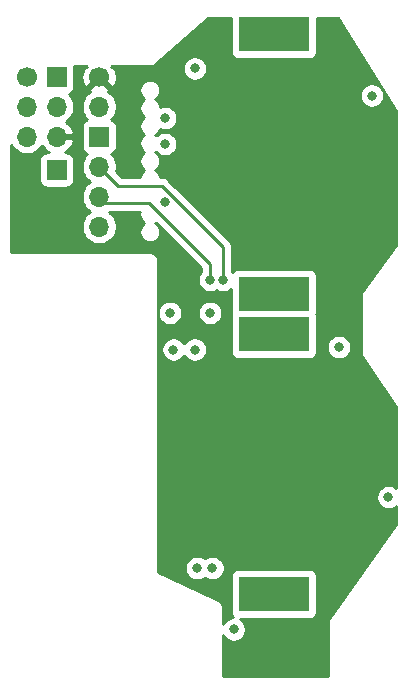
<source format=gbr>
G04 #@! TF.GenerationSoftware,KiCad,Pcbnew,(5.1.6)-1*
G04 #@! TF.CreationDate,2020-06-16T20:45:44-04:00*
G04 #@! TF.ProjectId,SRF Pendants,53524620-5065-46e6-9461-6e74732e6b69,rev?*
G04 #@! TF.SameCoordinates,Original*
G04 #@! TF.FileFunction,Copper,L2,Inr*
G04 #@! TF.FilePolarity,Positive*
%FSLAX46Y46*%
G04 Gerber Fmt 4.6, Leading zero omitted, Abs format (unit mm)*
G04 Created by KiCad (PCBNEW (5.1.6)-1) date 2020-06-16 20:45:44*
%MOMM*%
%LPD*%
G01*
G04 APERTURE LIST*
G04 #@! TA.AperFunction,ViaPad*
%ADD10R,6.000000X3.000000*%
G04 #@! TD*
G04 #@! TA.AperFunction,ViaPad*
%ADD11R,1.700000X1.700000*%
G04 #@! TD*
G04 #@! TA.AperFunction,ViaPad*
%ADD12C,1.700000*%
G04 #@! TD*
G04 #@! TA.AperFunction,ViaPad*
%ADD13O,1.700000X1.700000*%
G04 #@! TD*
G04 #@! TA.AperFunction,ViaPad*
%ADD14C,0.800000*%
G04 #@! TD*
G04 #@! TA.AperFunction,Conductor*
%ADD15C,0.250000*%
G04 #@! TD*
G04 #@! TA.AperFunction,Conductor*
%ADD16C,0.254000*%
G04 #@! TD*
G04 APERTURE END LIST*
D10*
X89500000Y-94500000D03*
X89500000Y-116500000D03*
X89500000Y-119900000D03*
X89500000Y-141900000D03*
D11*
X71100000Y-106000000D03*
D12*
X68580000Y-98100000D03*
D11*
X71120000Y-98100000D03*
D13*
X68580000Y-100640000D03*
X71120000Y-100640000D03*
X68580000Y-103180000D03*
X71120000Y-103180000D03*
D12*
X74700000Y-98100000D03*
D13*
X74700000Y-100640000D03*
D11*
X74700000Y-103180000D03*
D13*
X74700000Y-105720000D03*
X74700000Y-108260000D03*
X74700000Y-110800000D03*
D14*
X80700000Y-118100000D03*
X97500000Y-105100000D03*
X82000000Y-105250000D03*
X85000000Y-100000000D03*
X90000000Y-99100000D03*
X86700000Y-108800000D03*
X86700000Y-110400000D03*
X92300000Y-109600000D03*
X81900000Y-137100000D03*
X95000000Y-140500000D03*
X99200000Y-132300000D03*
X83000000Y-139700000D03*
X81000000Y-121200000D03*
X80300000Y-108700000D03*
X99200000Y-133700000D03*
X95000000Y-121000000D03*
X80300000Y-103800000D03*
X97800000Y-99700000D03*
X84100000Y-118100000D03*
X86100000Y-144900000D03*
X84300000Y-139700000D03*
X80300000Y-101600000D03*
X82800000Y-97400000D03*
X82800000Y-121200000D03*
X85200000Y-115300000D03*
X84100000Y-115300000D03*
D15*
X79998003Y-107325001D02*
X76305001Y-107325001D01*
X85200000Y-112526998D02*
X79998003Y-107325001D01*
X76305001Y-107325001D02*
X74700000Y-105720000D01*
X85200000Y-115300000D02*
X85200000Y-112526998D01*
X75265001Y-108825001D02*
X74700000Y-108260000D01*
X78926003Y-108825001D02*
X75265001Y-108825001D01*
X84100000Y-113998998D02*
X78926003Y-108825001D01*
X84100000Y-115300000D02*
X84100000Y-113998998D01*
D16*
G36*
X85861928Y-96000000D02*
G01*
X85874188Y-96124482D01*
X85910498Y-96244180D01*
X85969463Y-96354494D01*
X86048815Y-96451185D01*
X86145506Y-96530537D01*
X86255820Y-96589502D01*
X86375518Y-96625812D01*
X86500000Y-96638072D01*
X92500000Y-96638072D01*
X92624482Y-96625812D01*
X92744180Y-96589502D01*
X92854494Y-96530537D01*
X92951185Y-96451185D01*
X93030537Y-96354494D01*
X93089502Y-96244180D01*
X93125812Y-96124482D01*
X93138072Y-96000000D01*
X93138072Y-93160000D01*
X94950235Y-93160000D01*
X99873000Y-101036424D01*
X99873000Y-112358498D01*
X96897507Y-116425005D01*
X96884846Y-116446442D01*
X96876610Y-116469936D01*
X96873000Y-116500000D01*
X96873000Y-121600000D01*
X96875440Y-121624776D01*
X96882667Y-121648601D01*
X96895069Y-121671544D01*
X99873000Y-126039176D01*
X99873000Y-132909289D01*
X99859774Y-132896063D01*
X99690256Y-132782795D01*
X99501898Y-132704774D01*
X99301939Y-132665000D01*
X99098061Y-132665000D01*
X98898102Y-132704774D01*
X98709744Y-132782795D01*
X98540226Y-132896063D01*
X98396063Y-133040226D01*
X98282795Y-133209744D01*
X98204774Y-133398102D01*
X98165000Y-133598061D01*
X98165000Y-133801939D01*
X98204774Y-134001898D01*
X98282795Y-134190256D01*
X98396063Y-134359774D01*
X98540226Y-134503937D01*
X98709744Y-134617205D01*
X98898102Y-134695226D01*
X99098061Y-134735000D01*
X99301939Y-134735000D01*
X99501898Y-134695226D01*
X99690256Y-134617205D01*
X99859774Y-134503937D01*
X99873000Y-134490711D01*
X99873000Y-135959625D01*
X94096315Y-144126662D01*
X94084000Y-144148299D01*
X94076143Y-144171923D01*
X94073000Y-144200000D01*
X94073000Y-148840000D01*
X85160000Y-148840000D01*
X85160000Y-145335224D01*
X85182795Y-145390256D01*
X85296063Y-145559774D01*
X85440226Y-145703937D01*
X85609744Y-145817205D01*
X85798102Y-145895226D01*
X85998061Y-145935000D01*
X86201939Y-145935000D01*
X86401898Y-145895226D01*
X86590256Y-145817205D01*
X86759774Y-145703937D01*
X86903937Y-145559774D01*
X87017205Y-145390256D01*
X87095226Y-145201898D01*
X87135000Y-145001939D01*
X87135000Y-144798061D01*
X87095226Y-144598102D01*
X87017205Y-144409744D01*
X86903937Y-144240226D01*
X86759774Y-144096063D01*
X86672984Y-144038072D01*
X92500000Y-144038072D01*
X92624482Y-144025812D01*
X92744180Y-143989502D01*
X92854494Y-143930537D01*
X92951185Y-143851185D01*
X93030537Y-143754494D01*
X93089502Y-143644180D01*
X93125812Y-143524482D01*
X93138072Y-143400000D01*
X93138072Y-140400000D01*
X93125812Y-140275518D01*
X93089502Y-140155820D01*
X93030537Y-140045506D01*
X92951185Y-139948815D01*
X92854494Y-139869463D01*
X92744180Y-139810498D01*
X92624482Y-139774188D01*
X92500000Y-139761928D01*
X86500000Y-139761928D01*
X86375518Y-139774188D01*
X86255820Y-139810498D01*
X86145506Y-139869463D01*
X86048815Y-139948815D01*
X85969463Y-140045506D01*
X85910498Y-140155820D01*
X85874188Y-140275518D01*
X85861928Y-140400000D01*
X85861928Y-143400000D01*
X85874188Y-143524482D01*
X85910498Y-143644180D01*
X85969463Y-143754494D01*
X86048815Y-143851185D01*
X86065649Y-143865000D01*
X85998061Y-143865000D01*
X85798102Y-143904774D01*
X85609744Y-143982795D01*
X85440226Y-144096063D01*
X85296063Y-144240226D01*
X85182795Y-144409744D01*
X85160000Y-144464776D01*
X85160000Y-143043644D01*
X85162810Y-143022496D01*
X85160000Y-142978814D01*
X85160000Y-142967581D01*
X85157917Y-142946428D01*
X85154464Y-142892756D01*
X85151557Y-142881853D01*
X85150450Y-142870617D01*
X85134826Y-142819111D01*
X85127000Y-142789764D01*
X85127000Y-142700000D01*
X85124560Y-142675224D01*
X85117333Y-142651399D01*
X85105597Y-142629443D01*
X85089803Y-142610197D01*
X85070557Y-142594403D01*
X85051011Y-142583695D01*
X84993033Y-142558266D01*
X84984585Y-142547229D01*
X84976109Y-142539777D01*
X84968948Y-142531052D01*
X84927366Y-142496926D01*
X84886944Y-142461391D01*
X84877171Y-142455733D01*
X84868449Y-142448575D01*
X84821016Y-142423222D01*
X84802623Y-142412573D01*
X84792399Y-142407926D01*
X84753792Y-142387290D01*
X84733374Y-142381096D01*
X79660000Y-140075018D01*
X79660000Y-139598061D01*
X81965000Y-139598061D01*
X81965000Y-139801939D01*
X82004774Y-140001898D01*
X82082795Y-140190256D01*
X82196063Y-140359774D01*
X82340226Y-140503937D01*
X82509744Y-140617205D01*
X82698102Y-140695226D01*
X82898061Y-140735000D01*
X83101939Y-140735000D01*
X83301898Y-140695226D01*
X83490256Y-140617205D01*
X83650000Y-140510468D01*
X83809744Y-140617205D01*
X83998102Y-140695226D01*
X84198061Y-140735000D01*
X84401939Y-140735000D01*
X84601898Y-140695226D01*
X84790256Y-140617205D01*
X84959774Y-140503937D01*
X85103937Y-140359774D01*
X85217205Y-140190256D01*
X85295226Y-140001898D01*
X85335000Y-139801939D01*
X85335000Y-139598061D01*
X85295226Y-139398102D01*
X85217205Y-139209744D01*
X85103937Y-139040226D01*
X84959774Y-138896063D01*
X84790256Y-138782795D01*
X84601898Y-138704774D01*
X84401939Y-138665000D01*
X84198061Y-138665000D01*
X83998102Y-138704774D01*
X83809744Y-138782795D01*
X83650000Y-138889532D01*
X83490256Y-138782795D01*
X83301898Y-138704774D01*
X83101939Y-138665000D01*
X82898061Y-138665000D01*
X82698102Y-138704774D01*
X82509744Y-138782795D01*
X82340226Y-138896063D01*
X82196063Y-139040226D01*
X82082795Y-139209744D01*
X82004774Y-139398102D01*
X81965000Y-139598061D01*
X79660000Y-139598061D01*
X79660000Y-121098061D01*
X79965000Y-121098061D01*
X79965000Y-121301939D01*
X80004774Y-121501898D01*
X80082795Y-121690256D01*
X80196063Y-121859774D01*
X80340226Y-122003937D01*
X80509744Y-122117205D01*
X80698102Y-122195226D01*
X80898061Y-122235000D01*
X81101939Y-122235000D01*
X81301898Y-122195226D01*
X81490256Y-122117205D01*
X81659774Y-122003937D01*
X81803937Y-121859774D01*
X81900000Y-121716005D01*
X81996063Y-121859774D01*
X82140226Y-122003937D01*
X82309744Y-122117205D01*
X82498102Y-122195226D01*
X82698061Y-122235000D01*
X82901939Y-122235000D01*
X83101898Y-122195226D01*
X83290256Y-122117205D01*
X83459774Y-122003937D01*
X83603937Y-121859774D01*
X83717205Y-121690256D01*
X83795226Y-121501898D01*
X83835000Y-121301939D01*
X83835000Y-121098061D01*
X83795226Y-120898102D01*
X83717205Y-120709744D01*
X83603937Y-120540226D01*
X83459774Y-120396063D01*
X83290256Y-120282795D01*
X83101898Y-120204774D01*
X82901939Y-120165000D01*
X82698061Y-120165000D01*
X82498102Y-120204774D01*
X82309744Y-120282795D01*
X82140226Y-120396063D01*
X81996063Y-120540226D01*
X81900000Y-120683995D01*
X81803937Y-120540226D01*
X81659774Y-120396063D01*
X81490256Y-120282795D01*
X81301898Y-120204774D01*
X81101939Y-120165000D01*
X80898061Y-120165000D01*
X80698102Y-120204774D01*
X80509744Y-120282795D01*
X80340226Y-120396063D01*
X80196063Y-120540226D01*
X80082795Y-120709744D01*
X80004774Y-120898102D01*
X79965000Y-121098061D01*
X79660000Y-121098061D01*
X79660000Y-117998061D01*
X79665000Y-117998061D01*
X79665000Y-118201939D01*
X79704774Y-118401898D01*
X79782795Y-118590256D01*
X79896063Y-118759774D01*
X80040226Y-118903937D01*
X80209744Y-119017205D01*
X80398102Y-119095226D01*
X80598061Y-119135000D01*
X80801939Y-119135000D01*
X81001898Y-119095226D01*
X81190256Y-119017205D01*
X81359774Y-118903937D01*
X81503937Y-118759774D01*
X81617205Y-118590256D01*
X81695226Y-118401898D01*
X81735000Y-118201939D01*
X81735000Y-117998061D01*
X83065000Y-117998061D01*
X83065000Y-118201939D01*
X83104774Y-118401898D01*
X83182795Y-118590256D01*
X83296063Y-118759774D01*
X83440226Y-118903937D01*
X83609744Y-119017205D01*
X83798102Y-119095226D01*
X83998061Y-119135000D01*
X84201939Y-119135000D01*
X84401898Y-119095226D01*
X84590256Y-119017205D01*
X84759774Y-118903937D01*
X84903937Y-118759774D01*
X85017205Y-118590256D01*
X85095226Y-118401898D01*
X85135000Y-118201939D01*
X85135000Y-117998061D01*
X85095226Y-117798102D01*
X85017205Y-117609744D01*
X84903937Y-117440226D01*
X84759774Y-117296063D01*
X84590256Y-117182795D01*
X84401898Y-117104774D01*
X84201939Y-117065000D01*
X83998061Y-117065000D01*
X83798102Y-117104774D01*
X83609744Y-117182795D01*
X83440226Y-117296063D01*
X83296063Y-117440226D01*
X83182795Y-117609744D01*
X83104774Y-117798102D01*
X83065000Y-117998061D01*
X81735000Y-117998061D01*
X81695226Y-117798102D01*
X81617205Y-117609744D01*
X81503937Y-117440226D01*
X81359774Y-117296063D01*
X81190256Y-117182795D01*
X81001898Y-117104774D01*
X80801939Y-117065000D01*
X80598061Y-117065000D01*
X80398102Y-117104774D01*
X80209744Y-117182795D01*
X80040226Y-117296063D01*
X79896063Y-117440226D01*
X79782795Y-117609744D01*
X79704774Y-117798102D01*
X79665000Y-117998061D01*
X79660000Y-117998061D01*
X79660000Y-113632418D01*
X79663193Y-113600000D01*
X79650450Y-113470617D01*
X79612710Y-113346207D01*
X79551425Y-113231550D01*
X79526994Y-113201781D01*
X79526999Y-113200470D01*
X79524651Y-113175685D01*
X79517512Y-113151834D01*
X79505857Y-113129834D01*
X79490135Y-113110531D01*
X79470948Y-113094665D01*
X79449035Y-113082848D01*
X79425238Y-113075533D01*
X79400000Y-113073000D01*
X79398212Y-113073000D01*
X79368450Y-113048575D01*
X79253793Y-112987290D01*
X79129383Y-112949550D01*
X79032419Y-112940000D01*
X79000000Y-112936807D01*
X78967581Y-112940000D01*
X67260000Y-112940000D01*
X67260000Y-103873730D01*
X67264010Y-103883411D01*
X67426525Y-104126632D01*
X67633368Y-104333475D01*
X67876589Y-104495990D01*
X68146842Y-104607932D01*
X68433740Y-104665000D01*
X68726260Y-104665000D01*
X69013158Y-104607932D01*
X69283411Y-104495990D01*
X69526632Y-104333475D01*
X69733475Y-104126632D01*
X69851100Y-103950594D01*
X70022412Y-104180269D01*
X70238645Y-104375178D01*
X70468218Y-104511928D01*
X70250000Y-104511928D01*
X70125518Y-104524188D01*
X70005820Y-104560498D01*
X69895506Y-104619463D01*
X69798815Y-104698815D01*
X69719463Y-104795506D01*
X69660498Y-104905820D01*
X69624188Y-105025518D01*
X69611928Y-105150000D01*
X69611928Y-106850000D01*
X69624188Y-106974482D01*
X69660498Y-107094180D01*
X69719463Y-107204494D01*
X69798815Y-107301185D01*
X69895506Y-107380537D01*
X70005820Y-107439502D01*
X70125518Y-107475812D01*
X70250000Y-107488072D01*
X71950000Y-107488072D01*
X72074482Y-107475812D01*
X72194180Y-107439502D01*
X72304494Y-107380537D01*
X72401185Y-107301185D01*
X72480537Y-107204494D01*
X72539502Y-107094180D01*
X72575812Y-106974482D01*
X72588072Y-106850000D01*
X72588072Y-105150000D01*
X72575812Y-105025518D01*
X72539502Y-104905820D01*
X72480537Y-104795506D01*
X72401185Y-104698815D01*
X72304494Y-104619463D01*
X72194180Y-104560498D01*
X72074482Y-104524188D01*
X71950000Y-104511928D01*
X71771782Y-104511928D01*
X72001355Y-104375178D01*
X72217588Y-104180269D01*
X72391641Y-103946920D01*
X72516825Y-103684099D01*
X72561476Y-103536890D01*
X72440155Y-103307000D01*
X71247000Y-103307000D01*
X71247000Y-103327000D01*
X70993000Y-103327000D01*
X70993000Y-103307000D01*
X70973000Y-103307000D01*
X70973000Y-103053000D01*
X70993000Y-103053000D01*
X70993000Y-103033000D01*
X71247000Y-103033000D01*
X71247000Y-103053000D01*
X72440155Y-103053000D01*
X72561476Y-102823110D01*
X72516825Y-102675901D01*
X72391641Y-102413080D01*
X72329673Y-102330000D01*
X73211928Y-102330000D01*
X73211928Y-104030000D01*
X73224188Y-104154482D01*
X73260498Y-104274180D01*
X73319463Y-104384494D01*
X73398815Y-104481185D01*
X73495506Y-104560537D01*
X73605820Y-104619502D01*
X73678380Y-104641513D01*
X73546525Y-104773368D01*
X73384010Y-105016589D01*
X73272068Y-105286842D01*
X73215000Y-105573740D01*
X73215000Y-105866260D01*
X73272068Y-106153158D01*
X73384010Y-106423411D01*
X73546525Y-106666632D01*
X73753368Y-106873475D01*
X73927760Y-106990000D01*
X73753368Y-107106525D01*
X73546525Y-107313368D01*
X73384010Y-107556589D01*
X73272068Y-107826842D01*
X73215000Y-108113740D01*
X73215000Y-108406260D01*
X73272068Y-108693158D01*
X73384010Y-108963411D01*
X73546525Y-109206632D01*
X73753368Y-109413475D01*
X73927760Y-109530000D01*
X73753368Y-109646525D01*
X73546525Y-109853368D01*
X73384010Y-110096589D01*
X73272068Y-110366842D01*
X73215000Y-110653740D01*
X73215000Y-110946260D01*
X73272068Y-111233158D01*
X73384010Y-111503411D01*
X73546525Y-111746632D01*
X73753368Y-111953475D01*
X73996589Y-112115990D01*
X74266842Y-112227932D01*
X74553740Y-112285000D01*
X74846260Y-112285000D01*
X75133158Y-112227932D01*
X75403411Y-112115990D01*
X75646632Y-111953475D01*
X75853475Y-111746632D01*
X76015990Y-111503411D01*
X76127932Y-111233158D01*
X76185000Y-110946260D01*
X76185000Y-110653740D01*
X76127932Y-110366842D01*
X76015990Y-110096589D01*
X75853475Y-109853368D01*
X75646632Y-109646525D01*
X75554555Y-109585001D01*
X78130482Y-109585001D01*
X78115000Y-109662835D01*
X78115000Y-109837165D01*
X78149010Y-110008145D01*
X78215723Y-110169205D01*
X78312576Y-110314155D01*
X78435845Y-110437424D01*
X78529496Y-110500000D01*
X78435845Y-110562576D01*
X78312576Y-110685845D01*
X78215723Y-110830795D01*
X78149010Y-110991855D01*
X78115000Y-111162835D01*
X78115000Y-111337165D01*
X78149010Y-111508145D01*
X78215723Y-111669205D01*
X78312576Y-111814155D01*
X78435845Y-111937424D01*
X78580795Y-112034277D01*
X78741855Y-112100990D01*
X78912835Y-112135000D01*
X79087165Y-112135000D01*
X79258145Y-112100990D01*
X79419205Y-112034277D01*
X79564155Y-111937424D01*
X79687424Y-111814155D01*
X79784277Y-111669205D01*
X79850990Y-111508145D01*
X79885000Y-111337165D01*
X79885000Y-111162835D01*
X79850990Y-110991855D01*
X79784277Y-110830795D01*
X79687424Y-110685845D01*
X79564155Y-110562576D01*
X79470504Y-110500000D01*
X79503892Y-110477691D01*
X83340001Y-114313801D01*
X83340001Y-114596288D01*
X83296063Y-114640226D01*
X83182795Y-114809744D01*
X83104774Y-114998102D01*
X83065000Y-115198061D01*
X83065000Y-115401939D01*
X83104774Y-115601898D01*
X83182795Y-115790256D01*
X83296063Y-115959774D01*
X83440226Y-116103937D01*
X83609744Y-116217205D01*
X83798102Y-116295226D01*
X83998061Y-116335000D01*
X84201939Y-116335000D01*
X84401898Y-116295226D01*
X84590256Y-116217205D01*
X84650000Y-116177285D01*
X84709744Y-116217205D01*
X84898102Y-116295226D01*
X85098061Y-116335000D01*
X85301939Y-116335000D01*
X85501898Y-116295226D01*
X85690256Y-116217205D01*
X85859774Y-116103937D01*
X85861928Y-116101783D01*
X85861928Y-118000000D01*
X85874188Y-118124482D01*
X85897096Y-118200000D01*
X85874188Y-118275518D01*
X85861928Y-118400000D01*
X85861928Y-121400000D01*
X85874188Y-121524482D01*
X85910498Y-121644180D01*
X85969463Y-121754494D01*
X86048815Y-121851185D01*
X86145506Y-121930537D01*
X86255820Y-121989502D01*
X86375518Y-122025812D01*
X86500000Y-122038072D01*
X92500000Y-122038072D01*
X92624482Y-122025812D01*
X92744180Y-121989502D01*
X92854494Y-121930537D01*
X92951185Y-121851185D01*
X93030537Y-121754494D01*
X93089502Y-121644180D01*
X93125812Y-121524482D01*
X93138072Y-121400000D01*
X93138072Y-120898061D01*
X93965000Y-120898061D01*
X93965000Y-121101939D01*
X94004774Y-121301898D01*
X94082795Y-121490256D01*
X94196063Y-121659774D01*
X94340226Y-121803937D01*
X94509744Y-121917205D01*
X94698102Y-121995226D01*
X94898061Y-122035000D01*
X95101939Y-122035000D01*
X95301898Y-121995226D01*
X95490256Y-121917205D01*
X95659774Y-121803937D01*
X95803937Y-121659774D01*
X95917205Y-121490256D01*
X95995226Y-121301898D01*
X96035000Y-121101939D01*
X96035000Y-120898061D01*
X95995226Y-120698102D01*
X95917205Y-120509744D01*
X95803937Y-120340226D01*
X95659774Y-120196063D01*
X95490256Y-120082795D01*
X95301898Y-120004774D01*
X95101939Y-119965000D01*
X94898061Y-119965000D01*
X94698102Y-120004774D01*
X94509744Y-120082795D01*
X94340226Y-120196063D01*
X94196063Y-120340226D01*
X94082795Y-120509744D01*
X94004774Y-120698102D01*
X93965000Y-120898061D01*
X93138072Y-120898061D01*
X93138072Y-118400000D01*
X93125812Y-118275518D01*
X93102904Y-118200000D01*
X93125812Y-118124482D01*
X93138072Y-118000000D01*
X93138072Y-115000000D01*
X93125812Y-114875518D01*
X93089502Y-114755820D01*
X93030537Y-114645506D01*
X92951185Y-114548815D01*
X92854494Y-114469463D01*
X92744180Y-114410498D01*
X92624482Y-114374188D01*
X92500000Y-114361928D01*
X86500000Y-114361928D01*
X86375518Y-114374188D01*
X86255820Y-114410498D01*
X86145506Y-114469463D01*
X86048815Y-114548815D01*
X85987382Y-114623671D01*
X85960000Y-114596289D01*
X85960000Y-112564323D01*
X85963676Y-112526998D01*
X85960000Y-112489673D01*
X85960000Y-112489665D01*
X85949003Y-112378012D01*
X85905546Y-112234751D01*
X85834974Y-112102722D01*
X85740001Y-111986997D01*
X85711003Y-111963199D01*
X80561807Y-106814004D01*
X80538004Y-106785000D01*
X80422279Y-106690027D01*
X80290250Y-106619455D01*
X80146989Y-106575998D01*
X80035336Y-106565001D01*
X80035325Y-106565001D01*
X79998003Y-106561325D01*
X79960681Y-106565001D01*
X79865540Y-106565001D01*
X79850990Y-106491855D01*
X79784277Y-106330795D01*
X79687424Y-106185845D01*
X79564155Y-106062576D01*
X79470504Y-106000000D01*
X79564155Y-105937424D01*
X79687424Y-105814155D01*
X79784277Y-105669205D01*
X79850990Y-105508145D01*
X79885000Y-105337165D01*
X79885000Y-105162835D01*
X79850990Y-104991855D01*
X79784277Y-104830795D01*
X79687424Y-104685845D01*
X79564155Y-104562576D01*
X79470504Y-104500000D01*
X79509939Y-104473650D01*
X79640226Y-104603937D01*
X79809744Y-104717205D01*
X79998102Y-104795226D01*
X80198061Y-104835000D01*
X80401939Y-104835000D01*
X80601898Y-104795226D01*
X80790256Y-104717205D01*
X80959774Y-104603937D01*
X81103937Y-104459774D01*
X81217205Y-104290256D01*
X81295226Y-104101898D01*
X81335000Y-103901939D01*
X81335000Y-103698061D01*
X81295226Y-103498102D01*
X81217205Y-103309744D01*
X81103937Y-103140226D01*
X80959774Y-102996063D01*
X80790256Y-102882795D01*
X80601898Y-102804774D01*
X80401939Y-102765000D01*
X80198061Y-102765000D01*
X79998102Y-102804774D01*
X79809744Y-102882795D01*
X79640226Y-102996063D01*
X79568934Y-103067355D01*
X79564155Y-103062576D01*
X79470504Y-103000000D01*
X79564155Y-102937424D01*
X79687424Y-102814155D01*
X79784277Y-102669205D01*
X79841746Y-102530461D01*
X79998102Y-102595226D01*
X80198061Y-102635000D01*
X80401939Y-102635000D01*
X80601898Y-102595226D01*
X80790256Y-102517205D01*
X80959774Y-102403937D01*
X81103937Y-102259774D01*
X81217205Y-102090256D01*
X81295226Y-101901898D01*
X81335000Y-101701939D01*
X81335000Y-101498061D01*
X81295226Y-101298102D01*
X81217205Y-101109744D01*
X81103937Y-100940226D01*
X80959774Y-100796063D01*
X80790256Y-100682795D01*
X80601898Y-100604774D01*
X80401939Y-100565000D01*
X80198061Y-100565000D01*
X79998102Y-100604774D01*
X79882940Y-100652476D01*
X79850990Y-100491855D01*
X79784277Y-100330795D01*
X79687424Y-100185845D01*
X79564155Y-100062576D01*
X79470504Y-100000000D01*
X79564155Y-99937424D01*
X79687424Y-99814155D01*
X79784277Y-99669205D01*
X79813745Y-99598061D01*
X96765000Y-99598061D01*
X96765000Y-99801939D01*
X96804774Y-100001898D01*
X96882795Y-100190256D01*
X96996063Y-100359774D01*
X97140226Y-100503937D01*
X97309744Y-100617205D01*
X97498102Y-100695226D01*
X97698061Y-100735000D01*
X97901939Y-100735000D01*
X98101898Y-100695226D01*
X98290256Y-100617205D01*
X98459774Y-100503937D01*
X98603937Y-100359774D01*
X98717205Y-100190256D01*
X98795226Y-100001898D01*
X98835000Y-99801939D01*
X98835000Y-99598061D01*
X98795226Y-99398102D01*
X98717205Y-99209744D01*
X98603937Y-99040226D01*
X98459774Y-98896063D01*
X98290256Y-98782795D01*
X98101898Y-98704774D01*
X97901939Y-98665000D01*
X97698061Y-98665000D01*
X97498102Y-98704774D01*
X97309744Y-98782795D01*
X97140226Y-98896063D01*
X96996063Y-99040226D01*
X96882795Y-99209744D01*
X96804774Y-99398102D01*
X96765000Y-99598061D01*
X79813745Y-99598061D01*
X79850990Y-99508145D01*
X79885000Y-99337165D01*
X79885000Y-99162835D01*
X79850990Y-98991855D01*
X79784277Y-98830795D01*
X79687424Y-98685845D01*
X79564155Y-98562576D01*
X79419205Y-98465723D01*
X79258145Y-98399010D01*
X79087165Y-98365000D01*
X78912835Y-98365000D01*
X78741855Y-98399010D01*
X78580795Y-98465723D01*
X78435845Y-98562576D01*
X78312576Y-98685845D01*
X78215723Y-98830795D01*
X78149010Y-98991855D01*
X78115000Y-99162835D01*
X78115000Y-99337165D01*
X78149010Y-99508145D01*
X78215723Y-99669205D01*
X78312576Y-99814155D01*
X78435845Y-99937424D01*
X78529496Y-100000000D01*
X78435845Y-100062576D01*
X78312576Y-100185845D01*
X78215723Y-100330795D01*
X78149010Y-100491855D01*
X78115000Y-100662835D01*
X78115000Y-100837165D01*
X78149010Y-101008145D01*
X78215723Y-101169205D01*
X78312576Y-101314155D01*
X78435845Y-101437424D01*
X78529496Y-101500000D01*
X78435845Y-101562576D01*
X78312576Y-101685845D01*
X78215723Y-101830795D01*
X78149010Y-101991855D01*
X78115000Y-102162835D01*
X78115000Y-102337165D01*
X78149010Y-102508145D01*
X78215723Y-102669205D01*
X78312576Y-102814155D01*
X78435845Y-102937424D01*
X78529496Y-103000000D01*
X78435845Y-103062576D01*
X78312576Y-103185845D01*
X78215723Y-103330795D01*
X78149010Y-103491855D01*
X78115000Y-103662835D01*
X78115000Y-103837165D01*
X78149010Y-104008145D01*
X78215723Y-104169205D01*
X78312576Y-104314155D01*
X78435845Y-104437424D01*
X78529496Y-104500000D01*
X78435845Y-104562576D01*
X78312576Y-104685845D01*
X78215723Y-104830795D01*
X78149010Y-104991855D01*
X78115000Y-105162835D01*
X78115000Y-105337165D01*
X78149010Y-105508145D01*
X78215723Y-105669205D01*
X78312576Y-105814155D01*
X78435845Y-105937424D01*
X78529496Y-106000000D01*
X78435845Y-106062576D01*
X78312576Y-106185845D01*
X78215723Y-106330795D01*
X78149010Y-106491855D01*
X78134460Y-106565001D01*
X76619803Y-106565001D01*
X76141210Y-106086408D01*
X76185000Y-105866260D01*
X76185000Y-105573740D01*
X76127932Y-105286842D01*
X76015990Y-105016589D01*
X75853475Y-104773368D01*
X75721620Y-104641513D01*
X75794180Y-104619502D01*
X75904494Y-104560537D01*
X76001185Y-104481185D01*
X76080537Y-104384494D01*
X76139502Y-104274180D01*
X76175812Y-104154482D01*
X76188072Y-104030000D01*
X76188072Y-102330000D01*
X76175812Y-102205518D01*
X76139502Y-102085820D01*
X76080537Y-101975506D01*
X76001185Y-101878815D01*
X75904494Y-101799463D01*
X75794180Y-101740498D01*
X75721620Y-101718487D01*
X75853475Y-101586632D01*
X76015990Y-101343411D01*
X76127932Y-101073158D01*
X76185000Y-100786260D01*
X76185000Y-100493740D01*
X76127932Y-100206842D01*
X76015990Y-99936589D01*
X75853475Y-99693368D01*
X75646632Y-99486525D01*
X75473271Y-99370689D01*
X75548792Y-99128397D01*
X74700000Y-98279605D01*
X73851208Y-99128397D01*
X73926729Y-99370689D01*
X73753368Y-99486525D01*
X73546525Y-99693368D01*
X73384010Y-99936589D01*
X73272068Y-100206842D01*
X73215000Y-100493740D01*
X73215000Y-100786260D01*
X73272068Y-101073158D01*
X73384010Y-101343411D01*
X73546525Y-101586632D01*
X73678380Y-101718487D01*
X73605820Y-101740498D01*
X73495506Y-101799463D01*
X73398815Y-101878815D01*
X73319463Y-101975506D01*
X73260498Y-102085820D01*
X73224188Y-102205518D01*
X73211928Y-102330000D01*
X72329673Y-102330000D01*
X72217588Y-102179731D01*
X72001355Y-101984822D01*
X71884466Y-101915195D01*
X72066632Y-101793475D01*
X72273475Y-101586632D01*
X72435990Y-101343411D01*
X72547932Y-101073158D01*
X72605000Y-100786260D01*
X72605000Y-100493740D01*
X72547932Y-100206842D01*
X72435990Y-99936589D01*
X72273475Y-99693368D01*
X72141620Y-99561513D01*
X72214180Y-99539502D01*
X72324494Y-99480537D01*
X72421185Y-99401185D01*
X72500537Y-99304494D01*
X72559502Y-99194180D01*
X72595812Y-99074482D01*
X72608072Y-98950000D01*
X72608072Y-97250000D01*
X72600480Y-97172910D01*
X73601507Y-97181115D01*
X73671601Y-97251209D01*
X73422528Y-97328843D01*
X73296629Y-97592883D01*
X73224661Y-97876411D01*
X73209389Y-98168531D01*
X73251401Y-98458019D01*
X73349081Y-98733747D01*
X73422528Y-98871157D01*
X73671603Y-98948792D01*
X74520395Y-98100000D01*
X74506253Y-98085858D01*
X74685858Y-97906253D01*
X74700000Y-97920395D01*
X74714143Y-97906253D01*
X74893748Y-98085858D01*
X74879605Y-98100000D01*
X75728397Y-98948792D01*
X75977472Y-98871157D01*
X76103371Y-98607117D01*
X76175339Y-98323589D01*
X76190611Y-98031469D01*
X76148599Y-97741981D01*
X76050919Y-97466253D01*
X75977472Y-97328843D01*
X75878715Y-97298061D01*
X81765000Y-97298061D01*
X81765000Y-97501939D01*
X81804774Y-97701898D01*
X81882795Y-97890256D01*
X81996063Y-98059774D01*
X82140226Y-98203937D01*
X82309744Y-98317205D01*
X82498102Y-98395226D01*
X82698061Y-98435000D01*
X82901939Y-98435000D01*
X83101898Y-98395226D01*
X83290256Y-98317205D01*
X83459774Y-98203937D01*
X83603937Y-98059774D01*
X83717205Y-97890256D01*
X83795226Y-97701898D01*
X83835000Y-97501939D01*
X83835000Y-97298061D01*
X83795226Y-97098102D01*
X83717205Y-96909744D01*
X83603937Y-96740226D01*
X83459774Y-96596063D01*
X83290256Y-96482795D01*
X83101898Y-96404774D01*
X82901939Y-96365000D01*
X82698061Y-96365000D01*
X82498102Y-96404774D01*
X82309744Y-96482795D01*
X82140226Y-96596063D01*
X81996063Y-96740226D01*
X81882795Y-96909744D01*
X81804774Y-97098102D01*
X81765000Y-97298061D01*
X75878715Y-97298061D01*
X75728399Y-97251209D01*
X75780631Y-97198977D01*
X79198959Y-97226996D01*
X79223755Y-97224759D01*
X79247637Y-97217727D01*
X79269690Y-97206171D01*
X79283486Y-97195703D01*
X83356153Y-93642951D01*
X83938171Y-93160000D01*
X85861928Y-93160000D01*
X85861928Y-96000000D01*
G37*
X85861928Y-96000000D02*
X85874188Y-96124482D01*
X85910498Y-96244180D01*
X85969463Y-96354494D01*
X86048815Y-96451185D01*
X86145506Y-96530537D01*
X86255820Y-96589502D01*
X86375518Y-96625812D01*
X86500000Y-96638072D01*
X92500000Y-96638072D01*
X92624482Y-96625812D01*
X92744180Y-96589502D01*
X92854494Y-96530537D01*
X92951185Y-96451185D01*
X93030537Y-96354494D01*
X93089502Y-96244180D01*
X93125812Y-96124482D01*
X93138072Y-96000000D01*
X93138072Y-93160000D01*
X94950235Y-93160000D01*
X99873000Y-101036424D01*
X99873000Y-112358498D01*
X96897507Y-116425005D01*
X96884846Y-116446442D01*
X96876610Y-116469936D01*
X96873000Y-116500000D01*
X96873000Y-121600000D01*
X96875440Y-121624776D01*
X96882667Y-121648601D01*
X96895069Y-121671544D01*
X99873000Y-126039176D01*
X99873000Y-132909289D01*
X99859774Y-132896063D01*
X99690256Y-132782795D01*
X99501898Y-132704774D01*
X99301939Y-132665000D01*
X99098061Y-132665000D01*
X98898102Y-132704774D01*
X98709744Y-132782795D01*
X98540226Y-132896063D01*
X98396063Y-133040226D01*
X98282795Y-133209744D01*
X98204774Y-133398102D01*
X98165000Y-133598061D01*
X98165000Y-133801939D01*
X98204774Y-134001898D01*
X98282795Y-134190256D01*
X98396063Y-134359774D01*
X98540226Y-134503937D01*
X98709744Y-134617205D01*
X98898102Y-134695226D01*
X99098061Y-134735000D01*
X99301939Y-134735000D01*
X99501898Y-134695226D01*
X99690256Y-134617205D01*
X99859774Y-134503937D01*
X99873000Y-134490711D01*
X99873000Y-135959625D01*
X94096315Y-144126662D01*
X94084000Y-144148299D01*
X94076143Y-144171923D01*
X94073000Y-144200000D01*
X94073000Y-148840000D01*
X85160000Y-148840000D01*
X85160000Y-145335224D01*
X85182795Y-145390256D01*
X85296063Y-145559774D01*
X85440226Y-145703937D01*
X85609744Y-145817205D01*
X85798102Y-145895226D01*
X85998061Y-145935000D01*
X86201939Y-145935000D01*
X86401898Y-145895226D01*
X86590256Y-145817205D01*
X86759774Y-145703937D01*
X86903937Y-145559774D01*
X87017205Y-145390256D01*
X87095226Y-145201898D01*
X87135000Y-145001939D01*
X87135000Y-144798061D01*
X87095226Y-144598102D01*
X87017205Y-144409744D01*
X86903937Y-144240226D01*
X86759774Y-144096063D01*
X86672984Y-144038072D01*
X92500000Y-144038072D01*
X92624482Y-144025812D01*
X92744180Y-143989502D01*
X92854494Y-143930537D01*
X92951185Y-143851185D01*
X93030537Y-143754494D01*
X93089502Y-143644180D01*
X93125812Y-143524482D01*
X93138072Y-143400000D01*
X93138072Y-140400000D01*
X93125812Y-140275518D01*
X93089502Y-140155820D01*
X93030537Y-140045506D01*
X92951185Y-139948815D01*
X92854494Y-139869463D01*
X92744180Y-139810498D01*
X92624482Y-139774188D01*
X92500000Y-139761928D01*
X86500000Y-139761928D01*
X86375518Y-139774188D01*
X86255820Y-139810498D01*
X86145506Y-139869463D01*
X86048815Y-139948815D01*
X85969463Y-140045506D01*
X85910498Y-140155820D01*
X85874188Y-140275518D01*
X85861928Y-140400000D01*
X85861928Y-143400000D01*
X85874188Y-143524482D01*
X85910498Y-143644180D01*
X85969463Y-143754494D01*
X86048815Y-143851185D01*
X86065649Y-143865000D01*
X85998061Y-143865000D01*
X85798102Y-143904774D01*
X85609744Y-143982795D01*
X85440226Y-144096063D01*
X85296063Y-144240226D01*
X85182795Y-144409744D01*
X85160000Y-144464776D01*
X85160000Y-143043644D01*
X85162810Y-143022496D01*
X85160000Y-142978814D01*
X85160000Y-142967581D01*
X85157917Y-142946428D01*
X85154464Y-142892756D01*
X85151557Y-142881853D01*
X85150450Y-142870617D01*
X85134826Y-142819111D01*
X85127000Y-142789764D01*
X85127000Y-142700000D01*
X85124560Y-142675224D01*
X85117333Y-142651399D01*
X85105597Y-142629443D01*
X85089803Y-142610197D01*
X85070557Y-142594403D01*
X85051011Y-142583695D01*
X84993033Y-142558266D01*
X84984585Y-142547229D01*
X84976109Y-142539777D01*
X84968948Y-142531052D01*
X84927366Y-142496926D01*
X84886944Y-142461391D01*
X84877171Y-142455733D01*
X84868449Y-142448575D01*
X84821016Y-142423222D01*
X84802623Y-142412573D01*
X84792399Y-142407926D01*
X84753792Y-142387290D01*
X84733374Y-142381096D01*
X79660000Y-140075018D01*
X79660000Y-139598061D01*
X81965000Y-139598061D01*
X81965000Y-139801939D01*
X82004774Y-140001898D01*
X82082795Y-140190256D01*
X82196063Y-140359774D01*
X82340226Y-140503937D01*
X82509744Y-140617205D01*
X82698102Y-140695226D01*
X82898061Y-140735000D01*
X83101939Y-140735000D01*
X83301898Y-140695226D01*
X83490256Y-140617205D01*
X83650000Y-140510468D01*
X83809744Y-140617205D01*
X83998102Y-140695226D01*
X84198061Y-140735000D01*
X84401939Y-140735000D01*
X84601898Y-140695226D01*
X84790256Y-140617205D01*
X84959774Y-140503937D01*
X85103937Y-140359774D01*
X85217205Y-140190256D01*
X85295226Y-140001898D01*
X85335000Y-139801939D01*
X85335000Y-139598061D01*
X85295226Y-139398102D01*
X85217205Y-139209744D01*
X85103937Y-139040226D01*
X84959774Y-138896063D01*
X84790256Y-138782795D01*
X84601898Y-138704774D01*
X84401939Y-138665000D01*
X84198061Y-138665000D01*
X83998102Y-138704774D01*
X83809744Y-138782795D01*
X83650000Y-138889532D01*
X83490256Y-138782795D01*
X83301898Y-138704774D01*
X83101939Y-138665000D01*
X82898061Y-138665000D01*
X82698102Y-138704774D01*
X82509744Y-138782795D01*
X82340226Y-138896063D01*
X82196063Y-139040226D01*
X82082795Y-139209744D01*
X82004774Y-139398102D01*
X81965000Y-139598061D01*
X79660000Y-139598061D01*
X79660000Y-121098061D01*
X79965000Y-121098061D01*
X79965000Y-121301939D01*
X80004774Y-121501898D01*
X80082795Y-121690256D01*
X80196063Y-121859774D01*
X80340226Y-122003937D01*
X80509744Y-122117205D01*
X80698102Y-122195226D01*
X80898061Y-122235000D01*
X81101939Y-122235000D01*
X81301898Y-122195226D01*
X81490256Y-122117205D01*
X81659774Y-122003937D01*
X81803937Y-121859774D01*
X81900000Y-121716005D01*
X81996063Y-121859774D01*
X82140226Y-122003937D01*
X82309744Y-122117205D01*
X82498102Y-122195226D01*
X82698061Y-122235000D01*
X82901939Y-122235000D01*
X83101898Y-122195226D01*
X83290256Y-122117205D01*
X83459774Y-122003937D01*
X83603937Y-121859774D01*
X83717205Y-121690256D01*
X83795226Y-121501898D01*
X83835000Y-121301939D01*
X83835000Y-121098061D01*
X83795226Y-120898102D01*
X83717205Y-120709744D01*
X83603937Y-120540226D01*
X83459774Y-120396063D01*
X83290256Y-120282795D01*
X83101898Y-120204774D01*
X82901939Y-120165000D01*
X82698061Y-120165000D01*
X82498102Y-120204774D01*
X82309744Y-120282795D01*
X82140226Y-120396063D01*
X81996063Y-120540226D01*
X81900000Y-120683995D01*
X81803937Y-120540226D01*
X81659774Y-120396063D01*
X81490256Y-120282795D01*
X81301898Y-120204774D01*
X81101939Y-120165000D01*
X80898061Y-120165000D01*
X80698102Y-120204774D01*
X80509744Y-120282795D01*
X80340226Y-120396063D01*
X80196063Y-120540226D01*
X80082795Y-120709744D01*
X80004774Y-120898102D01*
X79965000Y-121098061D01*
X79660000Y-121098061D01*
X79660000Y-117998061D01*
X79665000Y-117998061D01*
X79665000Y-118201939D01*
X79704774Y-118401898D01*
X79782795Y-118590256D01*
X79896063Y-118759774D01*
X80040226Y-118903937D01*
X80209744Y-119017205D01*
X80398102Y-119095226D01*
X80598061Y-119135000D01*
X80801939Y-119135000D01*
X81001898Y-119095226D01*
X81190256Y-119017205D01*
X81359774Y-118903937D01*
X81503937Y-118759774D01*
X81617205Y-118590256D01*
X81695226Y-118401898D01*
X81735000Y-118201939D01*
X81735000Y-117998061D01*
X83065000Y-117998061D01*
X83065000Y-118201939D01*
X83104774Y-118401898D01*
X83182795Y-118590256D01*
X83296063Y-118759774D01*
X83440226Y-118903937D01*
X83609744Y-119017205D01*
X83798102Y-119095226D01*
X83998061Y-119135000D01*
X84201939Y-119135000D01*
X84401898Y-119095226D01*
X84590256Y-119017205D01*
X84759774Y-118903937D01*
X84903937Y-118759774D01*
X85017205Y-118590256D01*
X85095226Y-118401898D01*
X85135000Y-118201939D01*
X85135000Y-117998061D01*
X85095226Y-117798102D01*
X85017205Y-117609744D01*
X84903937Y-117440226D01*
X84759774Y-117296063D01*
X84590256Y-117182795D01*
X84401898Y-117104774D01*
X84201939Y-117065000D01*
X83998061Y-117065000D01*
X83798102Y-117104774D01*
X83609744Y-117182795D01*
X83440226Y-117296063D01*
X83296063Y-117440226D01*
X83182795Y-117609744D01*
X83104774Y-117798102D01*
X83065000Y-117998061D01*
X81735000Y-117998061D01*
X81695226Y-117798102D01*
X81617205Y-117609744D01*
X81503937Y-117440226D01*
X81359774Y-117296063D01*
X81190256Y-117182795D01*
X81001898Y-117104774D01*
X80801939Y-117065000D01*
X80598061Y-117065000D01*
X80398102Y-117104774D01*
X80209744Y-117182795D01*
X80040226Y-117296063D01*
X79896063Y-117440226D01*
X79782795Y-117609744D01*
X79704774Y-117798102D01*
X79665000Y-117998061D01*
X79660000Y-117998061D01*
X79660000Y-113632418D01*
X79663193Y-113600000D01*
X79650450Y-113470617D01*
X79612710Y-113346207D01*
X79551425Y-113231550D01*
X79526994Y-113201781D01*
X79526999Y-113200470D01*
X79524651Y-113175685D01*
X79517512Y-113151834D01*
X79505857Y-113129834D01*
X79490135Y-113110531D01*
X79470948Y-113094665D01*
X79449035Y-113082848D01*
X79425238Y-113075533D01*
X79400000Y-113073000D01*
X79398212Y-113073000D01*
X79368450Y-113048575D01*
X79253793Y-112987290D01*
X79129383Y-112949550D01*
X79032419Y-112940000D01*
X79000000Y-112936807D01*
X78967581Y-112940000D01*
X67260000Y-112940000D01*
X67260000Y-103873730D01*
X67264010Y-103883411D01*
X67426525Y-104126632D01*
X67633368Y-104333475D01*
X67876589Y-104495990D01*
X68146842Y-104607932D01*
X68433740Y-104665000D01*
X68726260Y-104665000D01*
X69013158Y-104607932D01*
X69283411Y-104495990D01*
X69526632Y-104333475D01*
X69733475Y-104126632D01*
X69851100Y-103950594D01*
X70022412Y-104180269D01*
X70238645Y-104375178D01*
X70468218Y-104511928D01*
X70250000Y-104511928D01*
X70125518Y-104524188D01*
X70005820Y-104560498D01*
X69895506Y-104619463D01*
X69798815Y-104698815D01*
X69719463Y-104795506D01*
X69660498Y-104905820D01*
X69624188Y-105025518D01*
X69611928Y-105150000D01*
X69611928Y-106850000D01*
X69624188Y-106974482D01*
X69660498Y-107094180D01*
X69719463Y-107204494D01*
X69798815Y-107301185D01*
X69895506Y-107380537D01*
X70005820Y-107439502D01*
X70125518Y-107475812D01*
X70250000Y-107488072D01*
X71950000Y-107488072D01*
X72074482Y-107475812D01*
X72194180Y-107439502D01*
X72304494Y-107380537D01*
X72401185Y-107301185D01*
X72480537Y-107204494D01*
X72539502Y-107094180D01*
X72575812Y-106974482D01*
X72588072Y-106850000D01*
X72588072Y-105150000D01*
X72575812Y-105025518D01*
X72539502Y-104905820D01*
X72480537Y-104795506D01*
X72401185Y-104698815D01*
X72304494Y-104619463D01*
X72194180Y-104560498D01*
X72074482Y-104524188D01*
X71950000Y-104511928D01*
X71771782Y-104511928D01*
X72001355Y-104375178D01*
X72217588Y-104180269D01*
X72391641Y-103946920D01*
X72516825Y-103684099D01*
X72561476Y-103536890D01*
X72440155Y-103307000D01*
X71247000Y-103307000D01*
X71247000Y-103327000D01*
X70993000Y-103327000D01*
X70993000Y-103307000D01*
X70973000Y-103307000D01*
X70973000Y-103053000D01*
X70993000Y-103053000D01*
X70993000Y-103033000D01*
X71247000Y-103033000D01*
X71247000Y-103053000D01*
X72440155Y-103053000D01*
X72561476Y-102823110D01*
X72516825Y-102675901D01*
X72391641Y-102413080D01*
X72329673Y-102330000D01*
X73211928Y-102330000D01*
X73211928Y-104030000D01*
X73224188Y-104154482D01*
X73260498Y-104274180D01*
X73319463Y-104384494D01*
X73398815Y-104481185D01*
X73495506Y-104560537D01*
X73605820Y-104619502D01*
X73678380Y-104641513D01*
X73546525Y-104773368D01*
X73384010Y-105016589D01*
X73272068Y-105286842D01*
X73215000Y-105573740D01*
X73215000Y-105866260D01*
X73272068Y-106153158D01*
X73384010Y-106423411D01*
X73546525Y-106666632D01*
X73753368Y-106873475D01*
X73927760Y-106990000D01*
X73753368Y-107106525D01*
X73546525Y-107313368D01*
X73384010Y-107556589D01*
X73272068Y-107826842D01*
X73215000Y-108113740D01*
X73215000Y-108406260D01*
X73272068Y-108693158D01*
X73384010Y-108963411D01*
X73546525Y-109206632D01*
X73753368Y-109413475D01*
X73927760Y-109530000D01*
X73753368Y-109646525D01*
X73546525Y-109853368D01*
X73384010Y-110096589D01*
X73272068Y-110366842D01*
X73215000Y-110653740D01*
X73215000Y-110946260D01*
X73272068Y-111233158D01*
X73384010Y-111503411D01*
X73546525Y-111746632D01*
X73753368Y-111953475D01*
X73996589Y-112115990D01*
X74266842Y-112227932D01*
X74553740Y-112285000D01*
X74846260Y-112285000D01*
X75133158Y-112227932D01*
X75403411Y-112115990D01*
X75646632Y-111953475D01*
X75853475Y-111746632D01*
X76015990Y-111503411D01*
X76127932Y-111233158D01*
X76185000Y-110946260D01*
X76185000Y-110653740D01*
X76127932Y-110366842D01*
X76015990Y-110096589D01*
X75853475Y-109853368D01*
X75646632Y-109646525D01*
X75554555Y-109585001D01*
X78130482Y-109585001D01*
X78115000Y-109662835D01*
X78115000Y-109837165D01*
X78149010Y-110008145D01*
X78215723Y-110169205D01*
X78312576Y-110314155D01*
X78435845Y-110437424D01*
X78529496Y-110500000D01*
X78435845Y-110562576D01*
X78312576Y-110685845D01*
X78215723Y-110830795D01*
X78149010Y-110991855D01*
X78115000Y-111162835D01*
X78115000Y-111337165D01*
X78149010Y-111508145D01*
X78215723Y-111669205D01*
X78312576Y-111814155D01*
X78435845Y-111937424D01*
X78580795Y-112034277D01*
X78741855Y-112100990D01*
X78912835Y-112135000D01*
X79087165Y-112135000D01*
X79258145Y-112100990D01*
X79419205Y-112034277D01*
X79564155Y-111937424D01*
X79687424Y-111814155D01*
X79784277Y-111669205D01*
X79850990Y-111508145D01*
X79885000Y-111337165D01*
X79885000Y-111162835D01*
X79850990Y-110991855D01*
X79784277Y-110830795D01*
X79687424Y-110685845D01*
X79564155Y-110562576D01*
X79470504Y-110500000D01*
X79503892Y-110477691D01*
X83340001Y-114313801D01*
X83340001Y-114596288D01*
X83296063Y-114640226D01*
X83182795Y-114809744D01*
X83104774Y-114998102D01*
X83065000Y-115198061D01*
X83065000Y-115401939D01*
X83104774Y-115601898D01*
X83182795Y-115790256D01*
X83296063Y-115959774D01*
X83440226Y-116103937D01*
X83609744Y-116217205D01*
X83798102Y-116295226D01*
X83998061Y-116335000D01*
X84201939Y-116335000D01*
X84401898Y-116295226D01*
X84590256Y-116217205D01*
X84650000Y-116177285D01*
X84709744Y-116217205D01*
X84898102Y-116295226D01*
X85098061Y-116335000D01*
X85301939Y-116335000D01*
X85501898Y-116295226D01*
X85690256Y-116217205D01*
X85859774Y-116103937D01*
X85861928Y-116101783D01*
X85861928Y-118000000D01*
X85874188Y-118124482D01*
X85897096Y-118200000D01*
X85874188Y-118275518D01*
X85861928Y-118400000D01*
X85861928Y-121400000D01*
X85874188Y-121524482D01*
X85910498Y-121644180D01*
X85969463Y-121754494D01*
X86048815Y-121851185D01*
X86145506Y-121930537D01*
X86255820Y-121989502D01*
X86375518Y-122025812D01*
X86500000Y-122038072D01*
X92500000Y-122038072D01*
X92624482Y-122025812D01*
X92744180Y-121989502D01*
X92854494Y-121930537D01*
X92951185Y-121851185D01*
X93030537Y-121754494D01*
X93089502Y-121644180D01*
X93125812Y-121524482D01*
X93138072Y-121400000D01*
X93138072Y-120898061D01*
X93965000Y-120898061D01*
X93965000Y-121101939D01*
X94004774Y-121301898D01*
X94082795Y-121490256D01*
X94196063Y-121659774D01*
X94340226Y-121803937D01*
X94509744Y-121917205D01*
X94698102Y-121995226D01*
X94898061Y-122035000D01*
X95101939Y-122035000D01*
X95301898Y-121995226D01*
X95490256Y-121917205D01*
X95659774Y-121803937D01*
X95803937Y-121659774D01*
X95917205Y-121490256D01*
X95995226Y-121301898D01*
X96035000Y-121101939D01*
X96035000Y-120898061D01*
X95995226Y-120698102D01*
X95917205Y-120509744D01*
X95803937Y-120340226D01*
X95659774Y-120196063D01*
X95490256Y-120082795D01*
X95301898Y-120004774D01*
X95101939Y-119965000D01*
X94898061Y-119965000D01*
X94698102Y-120004774D01*
X94509744Y-120082795D01*
X94340226Y-120196063D01*
X94196063Y-120340226D01*
X94082795Y-120509744D01*
X94004774Y-120698102D01*
X93965000Y-120898061D01*
X93138072Y-120898061D01*
X93138072Y-118400000D01*
X93125812Y-118275518D01*
X93102904Y-118200000D01*
X93125812Y-118124482D01*
X93138072Y-118000000D01*
X93138072Y-115000000D01*
X93125812Y-114875518D01*
X93089502Y-114755820D01*
X93030537Y-114645506D01*
X92951185Y-114548815D01*
X92854494Y-114469463D01*
X92744180Y-114410498D01*
X92624482Y-114374188D01*
X92500000Y-114361928D01*
X86500000Y-114361928D01*
X86375518Y-114374188D01*
X86255820Y-114410498D01*
X86145506Y-114469463D01*
X86048815Y-114548815D01*
X85987382Y-114623671D01*
X85960000Y-114596289D01*
X85960000Y-112564323D01*
X85963676Y-112526998D01*
X85960000Y-112489673D01*
X85960000Y-112489665D01*
X85949003Y-112378012D01*
X85905546Y-112234751D01*
X85834974Y-112102722D01*
X85740001Y-111986997D01*
X85711003Y-111963199D01*
X80561807Y-106814004D01*
X80538004Y-106785000D01*
X80422279Y-106690027D01*
X80290250Y-106619455D01*
X80146989Y-106575998D01*
X80035336Y-106565001D01*
X80035325Y-106565001D01*
X79998003Y-106561325D01*
X79960681Y-106565001D01*
X79865540Y-106565001D01*
X79850990Y-106491855D01*
X79784277Y-106330795D01*
X79687424Y-106185845D01*
X79564155Y-106062576D01*
X79470504Y-106000000D01*
X79564155Y-105937424D01*
X79687424Y-105814155D01*
X79784277Y-105669205D01*
X79850990Y-105508145D01*
X79885000Y-105337165D01*
X79885000Y-105162835D01*
X79850990Y-104991855D01*
X79784277Y-104830795D01*
X79687424Y-104685845D01*
X79564155Y-104562576D01*
X79470504Y-104500000D01*
X79509939Y-104473650D01*
X79640226Y-104603937D01*
X79809744Y-104717205D01*
X79998102Y-104795226D01*
X80198061Y-104835000D01*
X80401939Y-104835000D01*
X80601898Y-104795226D01*
X80790256Y-104717205D01*
X80959774Y-104603937D01*
X81103937Y-104459774D01*
X81217205Y-104290256D01*
X81295226Y-104101898D01*
X81335000Y-103901939D01*
X81335000Y-103698061D01*
X81295226Y-103498102D01*
X81217205Y-103309744D01*
X81103937Y-103140226D01*
X80959774Y-102996063D01*
X80790256Y-102882795D01*
X80601898Y-102804774D01*
X80401939Y-102765000D01*
X80198061Y-102765000D01*
X79998102Y-102804774D01*
X79809744Y-102882795D01*
X79640226Y-102996063D01*
X79568934Y-103067355D01*
X79564155Y-103062576D01*
X79470504Y-103000000D01*
X79564155Y-102937424D01*
X79687424Y-102814155D01*
X79784277Y-102669205D01*
X79841746Y-102530461D01*
X79998102Y-102595226D01*
X80198061Y-102635000D01*
X80401939Y-102635000D01*
X80601898Y-102595226D01*
X80790256Y-102517205D01*
X80959774Y-102403937D01*
X81103937Y-102259774D01*
X81217205Y-102090256D01*
X81295226Y-101901898D01*
X81335000Y-101701939D01*
X81335000Y-101498061D01*
X81295226Y-101298102D01*
X81217205Y-101109744D01*
X81103937Y-100940226D01*
X80959774Y-100796063D01*
X80790256Y-100682795D01*
X80601898Y-100604774D01*
X80401939Y-100565000D01*
X80198061Y-100565000D01*
X79998102Y-100604774D01*
X79882940Y-100652476D01*
X79850990Y-100491855D01*
X79784277Y-100330795D01*
X79687424Y-100185845D01*
X79564155Y-100062576D01*
X79470504Y-100000000D01*
X79564155Y-99937424D01*
X79687424Y-99814155D01*
X79784277Y-99669205D01*
X79813745Y-99598061D01*
X96765000Y-99598061D01*
X96765000Y-99801939D01*
X96804774Y-100001898D01*
X96882795Y-100190256D01*
X96996063Y-100359774D01*
X97140226Y-100503937D01*
X97309744Y-100617205D01*
X97498102Y-100695226D01*
X97698061Y-100735000D01*
X97901939Y-100735000D01*
X98101898Y-100695226D01*
X98290256Y-100617205D01*
X98459774Y-100503937D01*
X98603937Y-100359774D01*
X98717205Y-100190256D01*
X98795226Y-100001898D01*
X98835000Y-99801939D01*
X98835000Y-99598061D01*
X98795226Y-99398102D01*
X98717205Y-99209744D01*
X98603937Y-99040226D01*
X98459774Y-98896063D01*
X98290256Y-98782795D01*
X98101898Y-98704774D01*
X97901939Y-98665000D01*
X97698061Y-98665000D01*
X97498102Y-98704774D01*
X97309744Y-98782795D01*
X97140226Y-98896063D01*
X96996063Y-99040226D01*
X96882795Y-99209744D01*
X96804774Y-99398102D01*
X96765000Y-99598061D01*
X79813745Y-99598061D01*
X79850990Y-99508145D01*
X79885000Y-99337165D01*
X79885000Y-99162835D01*
X79850990Y-98991855D01*
X79784277Y-98830795D01*
X79687424Y-98685845D01*
X79564155Y-98562576D01*
X79419205Y-98465723D01*
X79258145Y-98399010D01*
X79087165Y-98365000D01*
X78912835Y-98365000D01*
X78741855Y-98399010D01*
X78580795Y-98465723D01*
X78435845Y-98562576D01*
X78312576Y-98685845D01*
X78215723Y-98830795D01*
X78149010Y-98991855D01*
X78115000Y-99162835D01*
X78115000Y-99337165D01*
X78149010Y-99508145D01*
X78215723Y-99669205D01*
X78312576Y-99814155D01*
X78435845Y-99937424D01*
X78529496Y-100000000D01*
X78435845Y-100062576D01*
X78312576Y-100185845D01*
X78215723Y-100330795D01*
X78149010Y-100491855D01*
X78115000Y-100662835D01*
X78115000Y-100837165D01*
X78149010Y-101008145D01*
X78215723Y-101169205D01*
X78312576Y-101314155D01*
X78435845Y-101437424D01*
X78529496Y-101500000D01*
X78435845Y-101562576D01*
X78312576Y-101685845D01*
X78215723Y-101830795D01*
X78149010Y-101991855D01*
X78115000Y-102162835D01*
X78115000Y-102337165D01*
X78149010Y-102508145D01*
X78215723Y-102669205D01*
X78312576Y-102814155D01*
X78435845Y-102937424D01*
X78529496Y-103000000D01*
X78435845Y-103062576D01*
X78312576Y-103185845D01*
X78215723Y-103330795D01*
X78149010Y-103491855D01*
X78115000Y-103662835D01*
X78115000Y-103837165D01*
X78149010Y-104008145D01*
X78215723Y-104169205D01*
X78312576Y-104314155D01*
X78435845Y-104437424D01*
X78529496Y-104500000D01*
X78435845Y-104562576D01*
X78312576Y-104685845D01*
X78215723Y-104830795D01*
X78149010Y-104991855D01*
X78115000Y-105162835D01*
X78115000Y-105337165D01*
X78149010Y-105508145D01*
X78215723Y-105669205D01*
X78312576Y-105814155D01*
X78435845Y-105937424D01*
X78529496Y-106000000D01*
X78435845Y-106062576D01*
X78312576Y-106185845D01*
X78215723Y-106330795D01*
X78149010Y-106491855D01*
X78134460Y-106565001D01*
X76619803Y-106565001D01*
X76141210Y-106086408D01*
X76185000Y-105866260D01*
X76185000Y-105573740D01*
X76127932Y-105286842D01*
X76015990Y-105016589D01*
X75853475Y-104773368D01*
X75721620Y-104641513D01*
X75794180Y-104619502D01*
X75904494Y-104560537D01*
X76001185Y-104481185D01*
X76080537Y-104384494D01*
X76139502Y-104274180D01*
X76175812Y-104154482D01*
X76188072Y-104030000D01*
X76188072Y-102330000D01*
X76175812Y-102205518D01*
X76139502Y-102085820D01*
X76080537Y-101975506D01*
X76001185Y-101878815D01*
X75904494Y-101799463D01*
X75794180Y-101740498D01*
X75721620Y-101718487D01*
X75853475Y-101586632D01*
X76015990Y-101343411D01*
X76127932Y-101073158D01*
X76185000Y-100786260D01*
X76185000Y-100493740D01*
X76127932Y-100206842D01*
X76015990Y-99936589D01*
X75853475Y-99693368D01*
X75646632Y-99486525D01*
X75473271Y-99370689D01*
X75548792Y-99128397D01*
X74700000Y-98279605D01*
X73851208Y-99128397D01*
X73926729Y-99370689D01*
X73753368Y-99486525D01*
X73546525Y-99693368D01*
X73384010Y-99936589D01*
X73272068Y-100206842D01*
X73215000Y-100493740D01*
X73215000Y-100786260D01*
X73272068Y-101073158D01*
X73384010Y-101343411D01*
X73546525Y-101586632D01*
X73678380Y-101718487D01*
X73605820Y-101740498D01*
X73495506Y-101799463D01*
X73398815Y-101878815D01*
X73319463Y-101975506D01*
X73260498Y-102085820D01*
X73224188Y-102205518D01*
X73211928Y-102330000D01*
X72329673Y-102330000D01*
X72217588Y-102179731D01*
X72001355Y-101984822D01*
X71884466Y-101915195D01*
X72066632Y-101793475D01*
X72273475Y-101586632D01*
X72435990Y-101343411D01*
X72547932Y-101073158D01*
X72605000Y-100786260D01*
X72605000Y-100493740D01*
X72547932Y-100206842D01*
X72435990Y-99936589D01*
X72273475Y-99693368D01*
X72141620Y-99561513D01*
X72214180Y-99539502D01*
X72324494Y-99480537D01*
X72421185Y-99401185D01*
X72500537Y-99304494D01*
X72559502Y-99194180D01*
X72595812Y-99074482D01*
X72608072Y-98950000D01*
X72608072Y-97250000D01*
X72600480Y-97172910D01*
X73601507Y-97181115D01*
X73671601Y-97251209D01*
X73422528Y-97328843D01*
X73296629Y-97592883D01*
X73224661Y-97876411D01*
X73209389Y-98168531D01*
X73251401Y-98458019D01*
X73349081Y-98733747D01*
X73422528Y-98871157D01*
X73671603Y-98948792D01*
X74520395Y-98100000D01*
X74506253Y-98085858D01*
X74685858Y-97906253D01*
X74700000Y-97920395D01*
X74714143Y-97906253D01*
X74893748Y-98085858D01*
X74879605Y-98100000D01*
X75728397Y-98948792D01*
X75977472Y-98871157D01*
X76103371Y-98607117D01*
X76175339Y-98323589D01*
X76190611Y-98031469D01*
X76148599Y-97741981D01*
X76050919Y-97466253D01*
X75977472Y-97328843D01*
X75878715Y-97298061D01*
X81765000Y-97298061D01*
X81765000Y-97501939D01*
X81804774Y-97701898D01*
X81882795Y-97890256D01*
X81996063Y-98059774D01*
X82140226Y-98203937D01*
X82309744Y-98317205D01*
X82498102Y-98395226D01*
X82698061Y-98435000D01*
X82901939Y-98435000D01*
X83101898Y-98395226D01*
X83290256Y-98317205D01*
X83459774Y-98203937D01*
X83603937Y-98059774D01*
X83717205Y-97890256D01*
X83795226Y-97701898D01*
X83835000Y-97501939D01*
X83835000Y-97298061D01*
X83795226Y-97098102D01*
X83717205Y-96909744D01*
X83603937Y-96740226D01*
X83459774Y-96596063D01*
X83290256Y-96482795D01*
X83101898Y-96404774D01*
X82901939Y-96365000D01*
X82698061Y-96365000D01*
X82498102Y-96404774D01*
X82309744Y-96482795D01*
X82140226Y-96596063D01*
X81996063Y-96740226D01*
X81882795Y-96909744D01*
X81804774Y-97098102D01*
X81765000Y-97298061D01*
X75878715Y-97298061D01*
X75728399Y-97251209D01*
X75780631Y-97198977D01*
X79198959Y-97226996D01*
X79223755Y-97224759D01*
X79247637Y-97217727D01*
X79269690Y-97206171D01*
X79283486Y-97195703D01*
X83356153Y-93642951D01*
X83938171Y-93160000D01*
X85861928Y-93160000D01*
X85861928Y-96000000D01*
M02*

</source>
